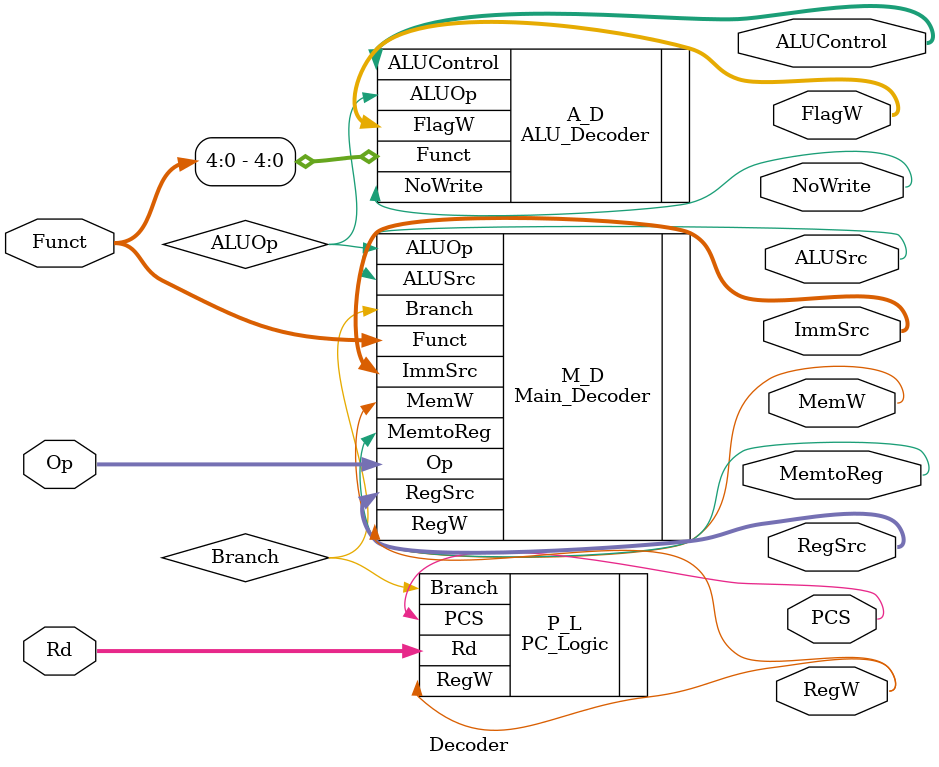
<source format=v>

`include "../Decoder/ALU_Decoder.v"
`include "../Decoder/Main_Decoder.v"
`include "../Decoder/Pc_Logic.v"

module Decoder
(
    input wire [5:0] Funct,
    input wire [3:0] Rd,
    input wire [1:0] Op,
    output wire [1:0] ImmSrc,
    output wire [1:0] RegSrc,
    output wire [1:0] ALUControl,
    output wire [1:0] FlagW,
    output wire PCS,
    output wire RegW,
    output wire MemW,
    output wire MemtoReg,
    output wire ALUSrc,
    output wire NoWrite
);

    wire Branch, ALUOp;

    Main_Decoder M_D
    (
        .Op(Op),
        .Funct(Funct),
        .Branch(Branch),
        .ALUOp(ALUOp),
        .RegW(RegW),
        .MemW(MemW),
        .MemtoReg(MemtoReg),
        .ALUSrc(ALUSrc),
        .ImmSrc(ImmSrc),
        .RegSrc(RegSrc)
    );

    PC_Logic P_L
    (
        .Rd(Rd),
        .Branch(Branch),
        .RegW(RegW),
        .PCS(PCS)
    );

    ALU_Decoder A_D
    (
        .Funct(Funct [4:0]),
        .ALUOp(ALUOp),
        .NoWrite(NoWrite),
        .ALUControl(ALUControl),
        .FlagW(FlagW)
    );

endmodule

</source>
